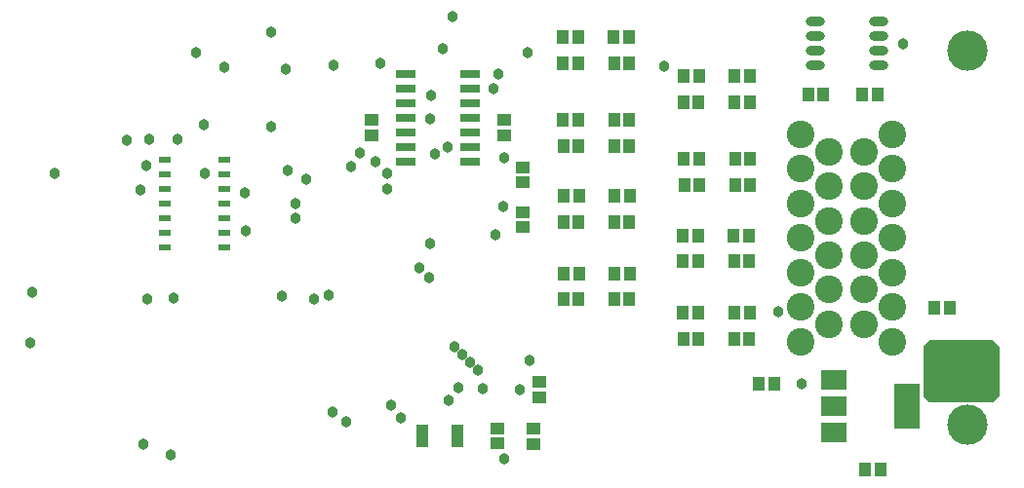
<source format=gbs>
G04*
G04 #@! TF.GenerationSoftware,Altium Limited,Altium Designer,20.0.11 (256)*
G04*
G04 Layer_Color=16711935*
%FSLAX25Y25*%
%MOIN*%
G70*
G01*
G75*
%ADD36R,0.04343X0.04737*%
%ADD37R,0.04737X0.04343*%
%ADD46R,0.04540X0.04147*%
%ADD47R,0.04147X0.04540*%
%ADD48R,0.04300X0.02454*%
%ADD49R,0.06509X0.03162*%
%ADD50O,0.06509X0.03162*%
%ADD56C,0.13792*%
%ADD57C,0.09461*%
%ADD58C,0.03800*%
%ADD68R,0.08674X0.06706*%
%ADD69R,0.08674X0.15761*%
%ADD70R,0.04343X0.01981*%
G36*
X396752Y50000D02*
X396752Y33366D01*
X394587Y31201D01*
X372736Y31201D01*
X370768Y33169D01*
X370768Y50343D01*
X372885Y52461D01*
X394291Y52461D01*
X396752Y50000D01*
D02*
G37*
D36*
X314567Y37697D02*
D03*
X319882D02*
D03*
X350689Y8268D02*
D03*
X356004D02*
D03*
X374410Y63681D02*
D03*
X379724D02*
D03*
X270374Y75394D02*
D03*
X265059D02*
D03*
X247638D02*
D03*
X252953D02*
D03*
X311417Y142913D02*
D03*
X306102D02*
D03*
X288681D02*
D03*
X293996D02*
D03*
X270374Y101772D02*
D03*
X265059D02*
D03*
X247638D02*
D03*
X252953D02*
D03*
X311614Y114567D02*
D03*
X306299D02*
D03*
X288878D02*
D03*
X294193D02*
D03*
X270276Y127953D02*
D03*
X264961D02*
D03*
X247539D02*
D03*
X252854D02*
D03*
X270177Y156299D02*
D03*
X264862D02*
D03*
X247441D02*
D03*
X252756D02*
D03*
X311221Y88386D02*
D03*
X305906D02*
D03*
X288484D02*
D03*
X293799D02*
D03*
X288583Y62008D02*
D03*
X293898D02*
D03*
X311319D02*
D03*
X306004D02*
D03*
D37*
X239370Y38287D02*
D03*
Y32972D02*
D03*
X237421Y17028D02*
D03*
Y22343D02*
D03*
D46*
X233661Y111614D02*
D03*
Y106496D02*
D03*
Y91142D02*
D03*
Y96260D02*
D03*
X227362Y122736D02*
D03*
Y127854D02*
D03*
X182283Y122736D02*
D03*
Y127854D02*
D03*
X225197Y17126D02*
D03*
Y22244D02*
D03*
D47*
X331398Y136614D02*
D03*
X336516D02*
D03*
X355020Y136614D02*
D03*
X349902D02*
D03*
X265158Y66437D02*
D03*
X270276D02*
D03*
X247736D02*
D03*
X252854D02*
D03*
X306201Y133957D02*
D03*
X311319D02*
D03*
X288780D02*
D03*
X293898D02*
D03*
X265158Y92815D02*
D03*
X270276D02*
D03*
X247736D02*
D03*
X252854D02*
D03*
X306398Y105610D02*
D03*
X311516D02*
D03*
X288976D02*
D03*
X294094D02*
D03*
X265059Y118996D02*
D03*
X270177D02*
D03*
X247638D02*
D03*
X252756D02*
D03*
X264961Y147343D02*
D03*
X270079D02*
D03*
X247539D02*
D03*
X252658D02*
D03*
X306004Y79429D02*
D03*
X311122D02*
D03*
X288583D02*
D03*
X293701D02*
D03*
X288681Y53051D02*
D03*
X293799D02*
D03*
X306102D02*
D03*
X311221D02*
D03*
D48*
X131890Y114311D02*
D03*
Y109311D02*
D03*
Y104311D02*
D03*
Y99311D02*
D03*
Y94311D02*
D03*
Y89311D02*
D03*
Y84311D02*
D03*
X111417Y114311D02*
D03*
Y109311D02*
D03*
Y104311D02*
D03*
Y99311D02*
D03*
Y94311D02*
D03*
Y89311D02*
D03*
Y84311D02*
D03*
D49*
X215945Y143445D02*
D03*
Y138445D02*
D03*
Y133445D02*
D03*
Y128445D02*
D03*
Y123445D02*
D03*
Y118445D02*
D03*
Y113445D02*
D03*
X193898Y143445D02*
D03*
Y138445D02*
D03*
Y133445D02*
D03*
Y128445D02*
D03*
Y123445D02*
D03*
Y118445D02*
D03*
Y113445D02*
D03*
D50*
X333858Y146634D02*
D03*
Y151634D02*
D03*
Y156634D02*
D03*
Y161634D02*
D03*
X355315Y146634D02*
D03*
Y151634D02*
D03*
Y156634D02*
D03*
Y161634D02*
D03*
D56*
X385827Y23524D02*
D03*
Y151476D02*
D03*
D57*
X328740Y122933D02*
D03*
Y111122D02*
D03*
Y99311D02*
D03*
Y87500D02*
D03*
Y75689D02*
D03*
Y63878D02*
D03*
Y52067D02*
D03*
X338583Y117028D02*
D03*
Y105217D02*
D03*
Y93405D02*
D03*
Y81595D02*
D03*
Y69784D02*
D03*
Y57972D02*
D03*
X350394Y117028D02*
D03*
Y105217D02*
D03*
Y93405D02*
D03*
Y81595D02*
D03*
Y69784D02*
D03*
Y57972D02*
D03*
X360236Y122933D02*
D03*
Y111122D02*
D03*
Y99311D02*
D03*
Y87500D02*
D03*
Y75689D02*
D03*
Y63878D02*
D03*
Y52067D02*
D03*
D58*
X192028Y25787D02*
D03*
X188779Y30217D02*
D03*
X167323Y67815D02*
D03*
X173524Y24508D02*
D03*
X168701Y27756D02*
D03*
X198425Y77152D02*
D03*
X162598Y66437D02*
D03*
X104062Y16804D02*
D03*
X113386Y13386D02*
D03*
X169149Y146457D02*
D03*
X183465Y113675D02*
D03*
X202611Y136221D02*
D03*
X98300Y120866D02*
D03*
X227362Y114961D02*
D03*
X184953Y147244D02*
D03*
X124752Y126311D02*
D03*
X152756Y145276D02*
D03*
X147638Y125426D02*
D03*
X73622Y109646D02*
D03*
X66142Y68996D02*
D03*
X235433Y150787D02*
D03*
X282222Y146292D02*
D03*
X363896Y153937D02*
D03*
X147638Y157923D02*
D03*
X122131Y150787D02*
D03*
X115870Y121260D02*
D03*
X106101Y121370D02*
D03*
X65354Y51575D02*
D03*
X114567Y66929D02*
D03*
X151466Y67433D02*
D03*
X227559Y11811D02*
D03*
X220079Y35905D02*
D03*
X232776Y35630D02*
D03*
X211811Y36220D02*
D03*
X131890Y146063D02*
D03*
X103150Y103937D02*
D03*
X125197Y109547D02*
D03*
X105166Y112205D02*
D03*
X105512Y66535D02*
D03*
X138976Y89862D02*
D03*
X138878Y102953D02*
D03*
X227165Y98327D02*
D03*
X224311Y88681D02*
D03*
X178051Y116732D02*
D03*
X175251Y111909D02*
D03*
X156201Y94193D02*
D03*
Y99213D02*
D03*
X153347Y110728D02*
D03*
X159941Y107677D02*
D03*
X201870Y73819D02*
D03*
X187500Y104232D02*
D03*
Y109547D02*
D03*
X225453Y143445D02*
D03*
X223878Y138445D02*
D03*
X201969Y85433D02*
D03*
X209842Y163238D02*
D03*
X206299Y152362D02*
D03*
X203937Y116142D02*
D03*
X208268Y118445D02*
D03*
X201969Y128199D02*
D03*
X236024Y45472D02*
D03*
X218593Y42234D02*
D03*
X215905Y44921D02*
D03*
X213218Y47608D02*
D03*
X210531Y50295D02*
D03*
X208563Y31791D02*
D03*
X321260Y62402D02*
D03*
X329134Y37697D02*
D03*
X394096Y48228D02*
D03*
X392128Y44291D02*
D03*
X394096Y40354D02*
D03*
X392128Y36417D02*
D03*
X390159Y48228D02*
D03*
X388191Y44291D02*
D03*
X390159Y40354D02*
D03*
X388191Y36417D02*
D03*
X386222Y48228D02*
D03*
X384254Y44291D02*
D03*
X386222Y40354D02*
D03*
X384254Y36417D02*
D03*
X382285Y48228D02*
D03*
X380317Y44291D02*
D03*
X382285Y40354D02*
D03*
X380317Y36417D02*
D03*
X378348Y48228D02*
D03*
X376380Y44291D02*
D03*
X378348Y40354D02*
D03*
X376380Y36417D02*
D03*
X374411Y48228D02*
D03*
X372443Y44291D02*
D03*
X374411Y40354D02*
D03*
X372443Y36417D02*
D03*
D68*
X340256Y20965D02*
D03*
Y30020D02*
D03*
Y39075D02*
D03*
D69*
X365059Y30020D02*
D03*
D70*
X211614Y22736D02*
D03*
Y20768D02*
D03*
Y18799D02*
D03*
Y16831D02*
D03*
X199409Y22736D02*
D03*
Y20768D02*
D03*
Y18799D02*
D03*
Y16831D02*
D03*
M02*

</source>
